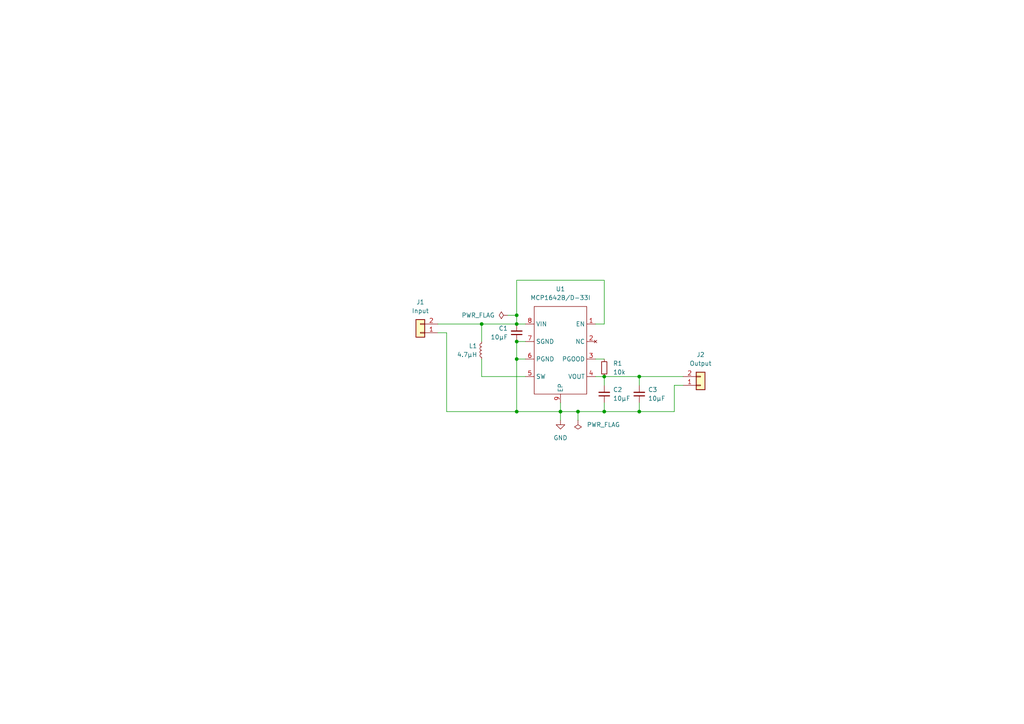
<source format=kicad_sch>
(kicad_sch (version 20211123) (generator eeschema)
  (paper "A4")
  (lib_symbols
    (symbol "3V3_boost_regulator:MCP1642B{slash}D-33I"
      (property "Reference" "U" (at 0 16.51 0))
      (property "Value" "MCP1642B{slash}D-33I" (at 0 13.97 0))
      (symbol "MCP1642B{slash}D-33I_0_1"
        (rectangle (start -7.62 12.7) (end 7.62 -12.7))
      )
      (symbol "MCP1642B{slash}D-33I_1_1"
        (pin input line (at -10.16 7.62 0) (length 2.54) (name "EN") (number "1"))
        (pin no_connect line (at -10.16 2.54 0) (length 2.54) (name "NC") (number "2"))
        (pin output line (at -10.16 -2.54 0) (length 2.54) (name "PGOOD") (number "3"))
        (pin power_out line (at -10.16 -7.62 0) (length 2.54) (name "VOUT") (number "4"))
        (pin bidirectional line (at 10.16 -7.62 180) (length 2.54) (name "SW") (number "5"))
        (pin power_in line (at 10.16 -2.54 180) (length 2.54) (name "PGND") (number "6"))
        (pin power_in line (at 10.16 2.54 180) (length 2.54) (name "SGND") (number "7"))
        (pin power_in line (at 10.16 7.62 180) (length 2.54) (name "VIN") (number "8"))
        (pin power_in line (at 0 -15.24 90) (length 2.54) (name "EP") (number "9"))
      )
    )
    (symbol "Connector_Generic:Conn_01x02" (pin_names (offset 1.016) hide)
      (property "Reference" "J" (at 0 2.54 0))
      (property "Value" "Conn_01x02" (at 0 -5.08 0))
      (symbol "Conn_01x02_1_1"
        (rectangle (start -1.27 -2.413) (end 0 -2.667) (stroke (width 0.1524)))
        (rectangle (start -1.27 0.127) (end 0 -0.127) (stroke (width 0.1524)))
        (rectangle (start -1.27 1.27) (end 1.27 -3.81) (stroke (width 0.254)) (fill (type background)))
        (pin passive line (at -5.08 0 0) (length 3.81) (name "Pin_1") (number "1"))
        (pin passive line (at -5.08 -2.54 0) (length 3.81) (name "Pin_2") (number "2"))
      )
    )
    (symbol "Device:C_Small" (pin_numbers hide) (pin_names (offset 0.254) hide)
      (property "Reference" "C" (at 0.254 1.778 0))
      (property "Value" "C_Small" (at 0.254 -2.032 0))
      (symbol "C_Small_0_1"
        (polyline (pts (xy -1.524 -0.508) (xy 1.524 -0.508)) (stroke (width 0.3302)))
        (polyline (pts (xy -1.524 0.508) (xy 1.524 0.508)) (stroke (width 0.3048)))
      )
      (symbol "C_Small_1_1"
        (pin passive line (at 0 2.54 270) (length 2.032) (name "~") (number "1"))
        (pin passive line (at 0 -2.54 90) (length 2.032) (name "~") (number "2"))
      )
    )
    (symbol "Device:L_Small" (pin_numbers hide) (pin_names (offset 0.254) hide)
      (property "Reference" "L" (at 0.762 1.016 0))
      (property "Value" "L_Small" (at 0.762 -1.016 0))
      (symbol "L_Small_0_1"
        (arc (start 0 -2.032) (mid 0.508 -1.524) (end 0 -1.016))
        (arc (start 0 -1.016) (mid 0.508 -0.508) (end 0 0))
        (arc (start 0 0) (mid 0.508 0.508) (end 0 1.016))
        (arc (start 0 1.016) (mid 0.508 1.524) (end 0 2.032))
      )
      (symbol "L_Small_1_1"
        (pin passive line (at 0 2.54 270) (length 0.508) (name "~") (number "1"))
        (pin passive line (at 0 -2.54 90) (length 0.508) (name "~") (number "2"))
      )
    )
    (symbol "Device:R_Small" (pin_numbers hide) (pin_names (offset 0.254) hide)
      (property "Reference" "R" (at 0.762 0.508 0))
      (property "Value" "R_Small" (at 0.762 -1.016 0))
      (symbol "R_Small_0_1"
        (rectangle (start -0.762 1.778) (end 0.762 -1.778) (stroke (width 0.2032)))
      )
      (symbol "R_Small_1_1"
        (pin passive line (at 0 2.54 270) (length 0.762) (name "~") (number "1"))
        (pin passive line (at 0 -2.54 90) (length 0.762) (name "~") (number "2"))
      )
    )
    (symbol "power:GND" (power) (pin_names (offset 0))
      (property "Value" "GND" (at 0 -3.81 0))
      (symbol "GND_0_1"
        (polyline (pts (xy 0 0) (xy 0 -1.27) (xy 1.27 -1.27) (xy 0 -2.54) (xy -1.27 -1.27) (xy 0 -1.27)))
      )
      (symbol "GND_1_1"
        (pin power_in line (at 0 0 270) (length 0) hide (name "GND") (number "1"))
      )
    )
    (symbol "power:PWR_FLAG" (power) (pin_numbers hide) (pin_names (offset 0) hide)
      (property "Value" "PWR_FLAG" (at 0 3.81 0))
      (symbol "PWR_FLAG_0_0"
        (pin power_out line (at 0 0 90) (length 0) (name "pwr") (number "1"))
      )
      (symbol "PWR_FLAG_0_1"
        (polyline (pts (xy 0 0) (xy 0 1.27) (xy -1.016 1.905) (xy 0 2.54) (xy 1.016 1.905) (xy 0 1.27)))
      )
    )
  )
  (junction (at 139.7 93.98))
  (junction (at 149.86 99.06))
  (junction (at 162.56 119.38))
  (junction (at 149.86 91.44))
  (junction (at 185.42 109.22))
  (junction (at 175.26 119.38))
  (junction (at 167.64 119.38))
  (junction (at 185.42 119.38))
  (junction (at 149.86 119.38))
  (junction (at 175.26 109.22))
  (junction (at 149.86 104.14))
  (junction (at 149.86 93.98))
  (wire (pts (xy 175.26 109.22) (xy 172.72 109.22)))
  (wire (pts (xy 149.86 91.44) (xy 149.86 93.98)))
  (wire (pts (xy 175.26 109.22) (xy 175.26 111.76)))
  (wire (pts (xy 167.64 119.38) (xy 162.56 119.38)))
  (wire (pts (xy 129.54 119.38) (xy 149.86 119.38)))
  (wire (pts (xy 147.32 91.44) (xy 149.86 91.44)))
  (wire (pts (xy 149.86 99.06) (xy 152.4 99.06)))
  (wire (pts (xy 198.12 111.76) (xy 195.58 111.76)))
  (wire (pts (xy 149.86 93.98) (xy 152.4 93.98)))
  (wire (pts (xy 149.86 93.98) (xy 139.7 93.98)))
  (wire (pts (xy 175.26 81.28) (xy 149.86 81.28)))
  (wire (pts (xy 139.7 93.98) (xy 139.7 99.06)))
  (wire (pts (xy 175.26 116.84) (xy 175.26 119.38)))
  (wire (pts (xy 185.42 116.84) (xy 185.42 119.38)))
  (wire (pts (xy 149.86 104.14) (xy 149.86 119.38)))
  (wire (pts (xy 149.86 119.38) (xy 162.56 119.38)))
  (wire (pts (xy 129.54 96.52) (xy 129.54 119.38)))
  (wire (pts (xy 185.42 109.22) (xy 198.12 109.22)))
  (wire (pts (xy 172.72 93.98) (xy 175.26 93.98)))
  (wire (pts (xy 127 96.52) (xy 129.54 96.52)))
  (wire (pts (xy 175.26 104.14) (xy 172.72 104.14)))
  (wire (pts (xy 175.26 93.98) (xy 175.26 81.28)))
  (wire (pts (xy 127 93.98) (xy 139.7 93.98)))
  (wire (pts (xy 162.56 116.84) (xy 162.56 119.38)))
  (wire (pts (xy 185.42 109.22) (xy 175.26 109.22)))
  (wire (pts (xy 175.26 119.38) (xy 167.64 119.38)))
  (wire (pts (xy 195.58 111.76) (xy 195.58 119.38)))
  (wire (pts (xy 185.42 109.22) (xy 185.42 111.76)))
  (wire (pts (xy 139.7 104.14) (xy 139.7 109.22)))
  (wire (pts (xy 195.58 119.38) (xy 185.42 119.38)))
  (wire (pts (xy 149.86 104.14) (xy 149.86 99.06)))
  (wire (pts (xy 149.86 81.28) (xy 149.86 91.44)))
  (wire (pts (xy 162.56 119.38) (xy 162.56 121.92)))
  (wire (pts (xy 152.4 104.14) (xy 149.86 104.14)))
  (wire (pts (xy 152.4 109.22) (xy 139.7 109.22)))
  (wire (pts (xy 185.42 119.38) (xy 175.26 119.38)))
  (wire (pts (xy 167.64 119.38) (xy 167.64 121.92)))
  (symbol (lib_id "power:PWR_FLAG") (at 147.32 91.44 90) (unit 1)
    (property "Reference" "#FLG0101" (effects hide))
    (property "Value" "PWR_FLAG" (at 143.51 91.4399 90) (effects (justify left)))
  )
  (symbol (lib_id "Connector_Generic:Conn_01x02") (at 203.2 111.76 0) (mirror x) (unit 1)
    (property "Reference" "J2" (at 203.2 102.87 0))
    (property "Value" "Output" (at 203.2 105.41 0))
    (property "Footprint" "Connector_PinHeader_2.54mm:PinHeader_1x02_P2.54mm_Vertical" (effects hide))
  )
  (symbol (lib_id "Connector_Generic:Conn_01x02") (at 121.92 96.52 180) (unit 1)
    (property "Reference" "J1" (at 121.92 87.63 0))
    (property "Value" "Input" (at 121.92 90.17 0))
    (property "Footprint" "Connector_PinHeader_2.54mm:PinHeader_1x02_P2.54mm_Vertical" (effects hide))
  )
  (symbol (lib_id "Device:C_Small") (at 175.26 114.3 180) (unit 1)
    (property "Reference" "C2" (at 177.8 113.0235 0) (effects (justify right)))
    (property "Value" "10µF" (at 177.8 115.5635 0) (effects (justify right)))
    (property "Footprint" "Capacitor_SMD:C_0805_2012Metric_Pad1.18x1.45mm_HandSolder" (effects hide))
    (property "Note" "low ESR X5R or X7R" (effects hide))
  )
  (symbol (lib_id "power:GND") (at 162.56 121.92 0) (mirror y) (unit 1)
    (property "Reference" "#PWR01" (effects hide))
    (property "Value" "GND" (at 162.56 127 0))
  )
  (symbol (lib_id "Device:R_Small") (at 175.26 106.68 180) (unit 1)
    (property "Reference" "R1" (at 177.8 105.4099 0) (effects (justify right)))
    (property "Value" "10k" (at 177.8 107.9499 0) (effects (justify right)))
    (property "Footprint" "Resistor_SMD:R_0805_2012Metric_Pad1.20x1.40mm_HandSolder" (effects hide))
  )
  (symbol (lib_id "3V3_boost_regulator:MCP1642B{slash}D-33I") (at 162.56 101.6 0) (mirror y) (unit 1)
    (property "Reference" "U1" (at 162.56 83.82 0))
    (property "Value" "MCP1642B/D-33I" (at 162.56 86.36 0))
    (property "Footprint" "3V3_boost_regulator:DFN8_2x3mm_P0.5mm_EP1.45x1.75mm_hand_solder" (effects hide))
    (property "Datasheet" "https://ww1.microchip.com/downloads/en/DeviceDoc/20005253A.pdf" (effects hide))
  )
  (symbol (lib_id "Device:L_Small") (at 139.7 101.6 0) (mirror y) (unit 1)
    (property "Reference" "L1" (at 138.43 100.3299 0) (effects (justify left)))
    (property "Value" "4.7µH" (at 138.43 102.8699 0) (effects (justify left)))
    (property "Footprint" "3V3_boost_regulator:B82462A4" (effects hide))
    (property "Datasheet" "https://www.tdk-electronics.tdk.com/inf/30/db/ind_2008/b82462a4.pdf" (effects hide))
    (property "Note" "EPCOS/TDK B82462A4472M000" (effects hide))
  )
  (symbol (lib_id "Device:C_Small") (at 185.42 114.3 180) (unit 1)
    (property "Reference" "C3" (at 187.96 113.0235 0) (effects (justify right)))
    (property "Value" "10µF" (at 187.96 115.5635 0) (effects (justify right)))
    (property "Footprint" "Capacitor_SMD:C_0805_2012Metric_Pad1.18x1.45mm_HandSolder" (effects hide))
    (property "Note" "low ESR X5R or X7R" (effects hide))
  )
  (symbol (lib_id "Device:C_Small") (at 149.86 96.52 0) (mirror x) (unit 1)
    (property "Reference" "C1" (at 147.32 95.2435 0) (effects (justify right)))
    (property "Value" "10µF" (at 147.32 97.7835 0) (effects (justify right)))
    (property "Footprint" "Capacitor_SMD:C_0805_2012Metric_Pad1.18x1.45mm_HandSolder" (effects hide))
    (property "Note" "low ESR X5R or X7R" (effects hide))
  )
  (symbol (lib_id "power:PWR_FLAG") (at 167.64 121.92 180) (unit 1)
    (property "Reference" "#FLG0102" (effects hide))
    (property "Value" "PWR_FLAG" (at 170.18 123.1899 0) (effects (justify right)))
  )
)
</source>
